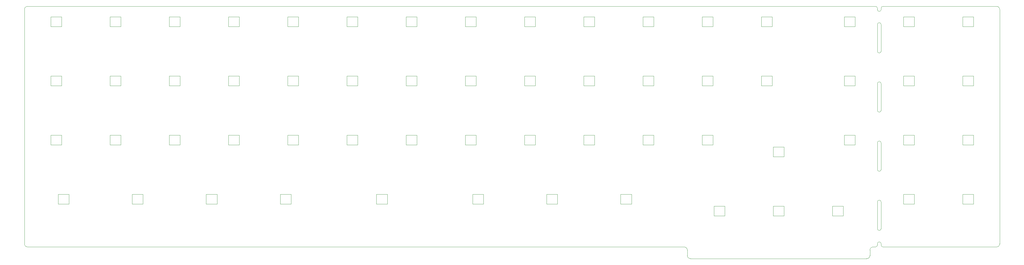
<source format=gbr>
G04 #@! TF.GenerationSoftware,KiCad,Pcbnew,8.0.1*
G04 #@! TF.CreationDate,2024-09-30T21:17:22+02:00*
G04 #@! TF.ProjectId,Mimic40,4d696d69-6334-4302-9e6b-696361645f70,0*
G04 #@! TF.SameCoordinates,Original*
G04 #@! TF.FileFunction,Profile,NP*
%FSLAX46Y46*%
G04 Gerber Fmt 4.6, Leading zero omitted, Abs format (unit mm)*
G04 Created by KiCad (PCBNEW 8.0.1) date 2024-09-30 21:17:22*
%MOMM*%
%LPD*%
G01*
G04 APERTURE LIST*
G04 #@! TA.AperFunction,Profile*
%ADD10C,0.050000*%
G04 #@! TD*
G04 APERTURE END LIST*
D10*
X279250000Y-159000000D02*
X279250000Y-157250000D01*
X341600000Y-155650000D02*
X341600000Y-155200000D01*
X341600000Y-79350000D02*
X341600000Y-79800000D01*
X340400000Y-79350000D02*
X340400000Y-79800000D01*
X280250000Y-160000000D02*
G75*
G02*
X279250000Y-159000000I0J1000000D01*
G01*
X340400000Y-155650000D02*
X340400000Y-155200000D01*
X338000000Y-159000000D02*
G75*
G02*
X337000000Y-160000000I-1000000J0D01*
G01*
X342200000Y-156250000D02*
X378750000Y-156250000D01*
X339000000Y-156250000D02*
X339800000Y-156250000D01*
X341600000Y-141750000D02*
X341600000Y-150350000D01*
X66000000Y-79750000D02*
G75*
G02*
X67000000Y-78750000I1000000J0D01*
G01*
X338000000Y-157250000D02*
G75*
G02*
X339000000Y-156250000I1000000J0D01*
G01*
X341000000Y-103050000D02*
G75*
G02*
X341600000Y-103650000I0J-600000D01*
G01*
X340400000Y-84600000D02*
G75*
G02*
X341000000Y-84000000I600000J0D01*
G01*
X341000000Y-112850000D02*
G75*
G02*
X340400000Y-112250000I0J600000D01*
G01*
X341600000Y-112250000D02*
G75*
G02*
X341000000Y-112850000I-600000J0D01*
G01*
X341600000Y-103650000D02*
X341600000Y-112250000D01*
X340400000Y-103650000D02*
G75*
G02*
X341000000Y-103050000I600000J0D01*
G01*
X341000000Y-141150000D02*
G75*
G02*
X341600000Y-141750000I0J-600000D01*
G01*
X339800000Y-78750000D02*
G75*
G02*
X340400000Y-79350000I0J-600000D01*
G01*
X342200000Y-156250000D02*
G75*
G02*
X341600000Y-155650000I0J600000D01*
G01*
X341600000Y-122700000D02*
X341600000Y-131300000D01*
X338000000Y-157250000D02*
X338000000Y-159000000D01*
X341600000Y-93200000D02*
G75*
G02*
X341000000Y-93800000I-600000J0D01*
G01*
X341600000Y-84600000D02*
X341600000Y-93200000D01*
X341000000Y-84000000D02*
G75*
G02*
X341600000Y-84600000I0J-600000D01*
G01*
X278250000Y-156250000D02*
X67000000Y-156250000D01*
X340400000Y-131300000D02*
X340400000Y-122700000D01*
X66000000Y-79750000D02*
X66000000Y-155250000D01*
X379750000Y-155250000D02*
G75*
G02*
X378750000Y-156250000I-1000000J0D01*
G01*
X341600000Y-79350000D02*
G75*
G02*
X342200000Y-78750000I600000J0D01*
G01*
X278250000Y-156250000D02*
G75*
G02*
X279250000Y-157250000I0J-1000000D01*
G01*
X339800000Y-78750000D02*
X67000000Y-78750000D01*
X340400000Y-155200000D02*
G75*
G02*
X341000000Y-154600000I600000J0D01*
G01*
X341600000Y-79800000D02*
G75*
G02*
X341000000Y-80400000I-600000J0D01*
G01*
X378750000Y-78750000D02*
G75*
G02*
X379750000Y-79750000I0J-1000000D01*
G01*
X337000000Y-160000000D02*
X280250000Y-160000000D01*
X340400000Y-122700000D02*
G75*
G02*
X341000000Y-122100000I600000J0D01*
G01*
X341000000Y-122100000D02*
G75*
G02*
X341600000Y-122700000I0J-600000D01*
G01*
X341000000Y-131900000D02*
G75*
G02*
X340400000Y-131300000I0J600000D01*
G01*
X341000000Y-80400000D02*
G75*
G02*
X340400000Y-79800000I0J600000D01*
G01*
X341000000Y-154600000D02*
G75*
G02*
X341600000Y-155200000I0J-600000D01*
G01*
X67000000Y-156250000D02*
G75*
G02*
X66000000Y-155250000I0J1000000D01*
G01*
X340400000Y-141750000D02*
G75*
G02*
X341000000Y-141150000I600000J0D01*
G01*
X340400000Y-112250000D02*
X340400000Y-103650000D01*
X341600000Y-131300000D02*
G75*
G02*
X341000000Y-131900000I-600000J0D01*
G01*
X340400000Y-150350000D02*
X340400000Y-141750000D01*
X341600000Y-150350000D02*
G75*
G02*
X341000000Y-150950000I-600000J0D01*
G01*
X379750000Y-155250000D02*
X379750000Y-79750000D01*
X340400000Y-155650000D02*
G75*
G02*
X339800000Y-156250000I-600000J0D01*
G01*
X340400000Y-93200000D02*
X340400000Y-84600000D01*
X342200000Y-78750000D02*
X378750000Y-78750000D01*
X341000000Y-93800000D02*
G75*
G02*
X340400000Y-93200000I0J600000D01*
G01*
X341000000Y-150950000D02*
G75*
G02*
X340400000Y-150350000I0J600000D01*
G01*
X306860000Y-146210000D02*
X310360000Y-146210000D01*
X310360000Y-143110000D01*
X306860000Y-143110000D01*
X306860000Y-146210000D01*
X352270000Y-120250000D02*
X348770000Y-120250000D01*
X348770000Y-123350000D01*
X352270000Y-123350000D01*
X352270000Y-120250000D01*
X192250000Y-82150000D02*
X188750000Y-82150000D01*
X188750000Y-85250000D01*
X192250000Y-85250000D01*
X192250000Y-82150000D01*
X249400000Y-82150000D02*
X245900000Y-82150000D01*
X245900000Y-85250000D01*
X249400000Y-85250000D01*
X249400000Y-82150000D01*
X97000000Y-120250000D02*
X93500000Y-120250000D01*
X93500000Y-123350000D01*
X97000000Y-123350000D01*
X97000000Y-120250000D01*
X76831250Y-142400000D02*
X80331250Y-142400000D01*
X80331250Y-139300000D01*
X76831250Y-139300000D01*
X76831250Y-142400000D01*
X93500000Y-104300000D02*
X97000000Y-104300000D01*
X97000000Y-101200000D01*
X93500000Y-101200000D01*
X93500000Y-104300000D01*
X310360000Y-124060000D02*
X306860000Y-124060000D01*
X306860000Y-127160000D01*
X310360000Y-127160000D01*
X310360000Y-124060000D01*
X135100000Y-120250000D02*
X131600000Y-120250000D01*
X131600000Y-123350000D01*
X135100000Y-123350000D01*
X135100000Y-120250000D01*
X249400000Y-120250000D02*
X245900000Y-120250000D01*
X245900000Y-123350000D01*
X249400000Y-123350000D01*
X249400000Y-120250000D01*
X116050000Y-120250000D02*
X112550000Y-120250000D01*
X112550000Y-123350000D01*
X116050000Y-123350000D01*
X116050000Y-120250000D01*
X333220000Y-82150000D02*
X329720000Y-82150000D01*
X329720000Y-85250000D01*
X333220000Y-85250000D01*
X333220000Y-82150000D01*
X77950000Y-82149999D02*
X74450000Y-82149999D01*
X74450000Y-85249999D01*
X77950000Y-85249999D01*
X77950000Y-82149999D01*
X207800000Y-104300000D02*
X211300000Y-104300000D01*
X211300000Y-101200000D01*
X207800000Y-101200000D01*
X207800000Y-104300000D01*
X329720000Y-104300000D02*
X333220000Y-104300000D01*
X333220000Y-101200000D01*
X329720000Y-101200000D01*
X329720000Y-104300000D01*
X211300000Y-82150000D02*
X207800000Y-82150000D01*
X207800000Y-85250000D01*
X211300000Y-85250000D01*
X211300000Y-82150000D01*
X230350000Y-120250000D02*
X226850000Y-120250000D01*
X226850000Y-123350000D01*
X230350000Y-123350000D01*
X230350000Y-120250000D01*
X287500000Y-120250000D02*
X284000000Y-120250000D01*
X284000000Y-123350000D01*
X287500000Y-123350000D01*
X287500000Y-120250000D01*
X348770000Y-104300000D02*
X352270000Y-104300000D01*
X352270000Y-101200000D01*
X348770000Y-101200000D01*
X348770000Y-104300000D01*
X333220000Y-120250000D02*
X329720000Y-120250000D01*
X329720000Y-123350000D01*
X333220000Y-123350000D01*
X333220000Y-120250000D01*
X154150000Y-120250000D02*
X150650000Y-120250000D01*
X150650000Y-123350000D01*
X154150000Y-123350000D01*
X154150000Y-120250000D01*
X211300000Y-120250000D02*
X207800000Y-120250000D01*
X207800000Y-123350000D01*
X211300000Y-123350000D01*
X211300000Y-120250000D01*
X135100000Y-82150000D02*
X131600000Y-82150000D01*
X131600000Y-85250000D01*
X135100000Y-85250000D01*
X135100000Y-82150000D01*
X264950000Y-104300000D02*
X268450000Y-104300000D01*
X268450000Y-101200000D01*
X264950000Y-101200000D01*
X264950000Y-104300000D01*
X131600000Y-104300000D02*
X135100000Y-104300000D01*
X135100000Y-101200000D01*
X131600000Y-101200000D01*
X131600000Y-104300000D01*
X97000000Y-82150000D02*
X93500000Y-82150000D01*
X93500000Y-85250000D01*
X97000000Y-85250000D01*
X97000000Y-82150000D01*
X169700000Y-104300000D02*
X173200000Y-104300000D01*
X173200000Y-101200000D01*
X169700000Y-101200000D01*
X169700000Y-104300000D01*
X352270000Y-82150000D02*
X348770000Y-82150000D01*
X348770000Y-85250000D01*
X352270000Y-85250000D01*
X352270000Y-82150000D01*
X112550000Y-104300000D02*
X116050000Y-104300000D01*
X116050000Y-101200000D01*
X112550000Y-101200000D01*
X112550000Y-104300000D01*
X268450000Y-82150000D02*
X264950000Y-82150000D01*
X264950000Y-85250000D01*
X268450000Y-85250000D01*
X268450000Y-82150000D01*
X348770000Y-142400000D02*
X352270000Y-142400000D01*
X352270000Y-139300000D01*
X348770000Y-139300000D01*
X348770000Y-142400000D01*
X210181250Y-142400000D02*
X213681250Y-142400000D01*
X213681250Y-139300000D01*
X210181250Y-139300000D01*
X210181250Y-142400000D01*
X230350000Y-82150000D02*
X226850000Y-82150000D01*
X226850000Y-85250000D01*
X230350000Y-85250000D01*
X230350000Y-82150000D01*
X173200000Y-120250000D02*
X169700000Y-120250000D01*
X169700000Y-123350000D01*
X173200000Y-123350000D01*
X173200000Y-120250000D01*
X367820000Y-142400000D02*
X371320000Y-142400000D01*
X371320000Y-139300000D01*
X367820000Y-139300000D01*
X367820000Y-142400000D01*
X287810000Y-146210000D02*
X291310000Y-146210000D01*
X291310000Y-143110000D01*
X287810000Y-143110000D01*
X287810000Y-146210000D01*
X245900000Y-104300000D02*
X249400000Y-104300000D01*
X249400000Y-101200000D01*
X245900000Y-101200000D01*
X245900000Y-104300000D01*
X154150000Y-82150000D02*
X150650000Y-82150000D01*
X150650000Y-85250000D01*
X154150000Y-85250000D01*
X154150000Y-82150000D01*
X74450000Y-104300000D02*
X77950000Y-104300000D01*
X77950000Y-101200000D01*
X74450000Y-101200000D01*
X74450000Y-104300000D01*
X148268750Y-142400000D02*
X151768750Y-142400000D01*
X151768750Y-139300000D01*
X148268750Y-139300000D01*
X148268750Y-142400000D01*
X306550000Y-82150000D02*
X303050000Y-82150000D01*
X303050000Y-85250000D01*
X306550000Y-85250000D01*
X306550000Y-82150000D01*
X192250000Y-120250000D02*
X188750000Y-120250000D01*
X188750000Y-123350000D01*
X192250000Y-123350000D01*
X192250000Y-120250000D01*
X179225000Y-142400000D02*
X182725000Y-142400000D01*
X182725000Y-139300000D01*
X179225000Y-139300000D01*
X179225000Y-142400000D01*
X367820000Y-104300000D02*
X371320000Y-104300000D01*
X371320000Y-101200000D01*
X367820000Y-101200000D01*
X367820000Y-104300000D01*
X284000000Y-104300000D02*
X287500000Y-104300000D01*
X287500000Y-101200000D01*
X284000000Y-101200000D01*
X284000000Y-104300000D01*
X371320000Y-120250000D02*
X367820000Y-120250000D01*
X367820000Y-123350000D01*
X371320000Y-123350000D01*
X371320000Y-120250000D01*
X77950000Y-120250000D02*
X74450000Y-120250000D01*
X74450000Y-123350000D01*
X77950000Y-123350000D01*
X77950000Y-120250000D01*
X124456250Y-142400000D02*
X127956250Y-142400000D01*
X127956250Y-139300000D01*
X124456250Y-139300000D01*
X124456250Y-142400000D01*
X233993750Y-142400000D02*
X237493750Y-142400000D01*
X237493750Y-139300000D01*
X233993750Y-139300000D01*
X233993750Y-142400000D01*
X100643750Y-142400000D02*
X104143750Y-142400000D01*
X104143750Y-139300000D01*
X100643750Y-139300000D01*
X100643750Y-142400000D01*
X257806250Y-142400000D02*
X261306250Y-142400000D01*
X261306250Y-139300000D01*
X257806250Y-139300000D01*
X257806250Y-142400000D01*
X150650000Y-104300000D02*
X154150000Y-104300000D01*
X154150000Y-101200000D01*
X150650000Y-101200000D01*
X150650000Y-104300000D01*
X371320000Y-82150000D02*
X367820000Y-82150000D01*
X367820000Y-85250000D01*
X371320000Y-85250000D01*
X371320000Y-82150000D01*
X287500000Y-82150000D02*
X284000000Y-82150000D01*
X284000000Y-85250000D01*
X287500000Y-85250000D01*
X287500000Y-82150000D01*
X303050000Y-104300000D02*
X306550000Y-104300000D01*
X306550000Y-101200000D01*
X303050000Y-101200000D01*
X303050000Y-104300000D01*
X268450000Y-120250000D02*
X264950000Y-120250000D01*
X264950000Y-123350000D01*
X268450000Y-123350000D01*
X268450000Y-120250000D01*
X226850000Y-104300000D02*
X230350000Y-104300000D01*
X230350000Y-101200000D01*
X226850000Y-101200000D01*
X226850000Y-104300000D01*
X116050000Y-82150000D02*
X112550000Y-82150000D01*
X112550000Y-85250000D01*
X116050000Y-85250000D01*
X116050000Y-82150000D01*
X325910000Y-146210000D02*
X329410000Y-146210000D01*
X329410000Y-143110000D01*
X325910000Y-143110000D01*
X325910000Y-146210000D01*
X188750000Y-104300000D02*
X192250000Y-104300000D01*
X192250000Y-101200000D01*
X188750000Y-101200000D01*
X188750000Y-104300000D01*
X173200000Y-82150000D02*
X169700000Y-82150000D01*
X169700000Y-85250000D01*
X173200000Y-85250000D01*
X173200000Y-82150000D01*
M02*

</source>
